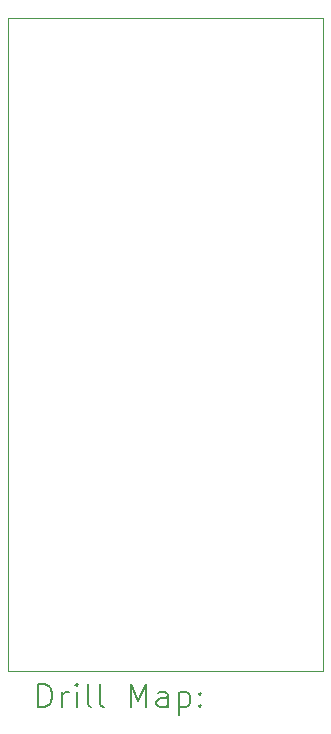
<source format=gbr>
%TF.GenerationSoftware,KiCad,Pcbnew,(6.0.9)*%
%TF.CreationDate,2025-04-02T09:35:17+02:00*%
%TF.ProjectId,Sombrero_MSX_Goa'uld,536f6d62-7265-4726-9f5f-4d53585f476f,rev?*%
%TF.SameCoordinates,Original*%
%TF.FileFunction,Drillmap*%
%TF.FilePolarity,Positive*%
%FSLAX45Y45*%
G04 Gerber Fmt 4.5, Leading zero omitted, Abs format (unit mm)*
G04 Created by KiCad (PCBNEW (6.0.9)) date 2025-04-02 09:35:17*
%MOMM*%
%LPD*%
G01*
G04 APERTURE LIST*
%ADD10C,0.050000*%
%ADD11C,0.200000*%
G04 APERTURE END LIST*
D10*
X13398500Y-7302500D02*
X16065500Y-7302500D01*
X16065500Y-7302500D02*
X16065500Y-12827000D01*
X16065500Y-12827000D02*
X13398500Y-12827000D01*
X13398500Y-12827000D02*
X13398500Y-7302500D01*
D11*
X13653619Y-13139976D02*
X13653619Y-12939976D01*
X13701238Y-12939976D01*
X13729809Y-12949500D01*
X13748857Y-12968548D01*
X13758381Y-12987595D01*
X13767905Y-13025690D01*
X13767905Y-13054262D01*
X13758381Y-13092357D01*
X13748857Y-13111405D01*
X13729809Y-13130452D01*
X13701238Y-13139976D01*
X13653619Y-13139976D01*
X13853619Y-13139976D02*
X13853619Y-13006643D01*
X13853619Y-13044738D02*
X13863143Y-13025690D01*
X13872667Y-13016167D01*
X13891714Y-13006643D01*
X13910762Y-13006643D01*
X13977428Y-13139976D02*
X13977428Y-13006643D01*
X13977428Y-12939976D02*
X13967905Y-12949500D01*
X13977428Y-12959024D01*
X13986952Y-12949500D01*
X13977428Y-12939976D01*
X13977428Y-12959024D01*
X14101238Y-13139976D02*
X14082190Y-13130452D01*
X14072667Y-13111405D01*
X14072667Y-12939976D01*
X14206000Y-13139976D02*
X14186952Y-13130452D01*
X14177428Y-13111405D01*
X14177428Y-12939976D01*
X14434571Y-13139976D02*
X14434571Y-12939976D01*
X14501238Y-13082833D01*
X14567905Y-12939976D01*
X14567905Y-13139976D01*
X14748857Y-13139976D02*
X14748857Y-13035214D01*
X14739333Y-13016167D01*
X14720286Y-13006643D01*
X14682190Y-13006643D01*
X14663143Y-13016167D01*
X14748857Y-13130452D02*
X14729809Y-13139976D01*
X14682190Y-13139976D01*
X14663143Y-13130452D01*
X14653619Y-13111405D01*
X14653619Y-13092357D01*
X14663143Y-13073309D01*
X14682190Y-13063786D01*
X14729809Y-13063786D01*
X14748857Y-13054262D01*
X14844095Y-13006643D02*
X14844095Y-13206643D01*
X14844095Y-13016167D02*
X14863143Y-13006643D01*
X14901238Y-13006643D01*
X14920286Y-13016167D01*
X14929809Y-13025690D01*
X14939333Y-13044738D01*
X14939333Y-13101881D01*
X14929809Y-13120928D01*
X14920286Y-13130452D01*
X14901238Y-13139976D01*
X14863143Y-13139976D01*
X14844095Y-13130452D01*
X15025048Y-13120928D02*
X15034571Y-13130452D01*
X15025048Y-13139976D01*
X15015524Y-13130452D01*
X15025048Y-13120928D01*
X15025048Y-13139976D01*
X15025048Y-13016167D02*
X15034571Y-13025690D01*
X15025048Y-13035214D01*
X15015524Y-13025690D01*
X15025048Y-13016167D01*
X15025048Y-13035214D01*
M02*

</source>
